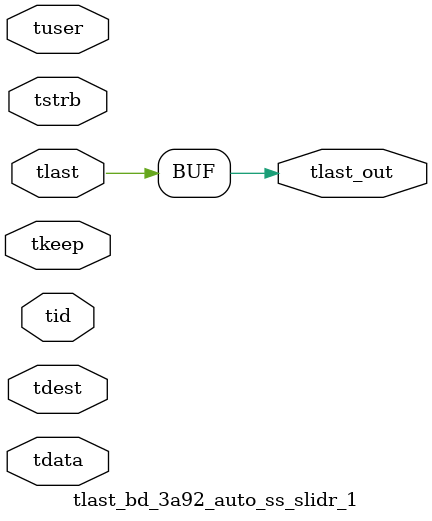
<source format=v>


`timescale 1ps/1ps

module tlast_bd_3a92_auto_ss_slidr_1 #
(
parameter C_S_AXIS_TID_WIDTH   = 1,
parameter C_S_AXIS_TUSER_WIDTH = 0,
parameter C_S_AXIS_TDATA_WIDTH = 0,
parameter C_S_AXIS_TDEST_WIDTH = 0
)
(
input  [(C_S_AXIS_TID_WIDTH   == 0 ? 1 : C_S_AXIS_TID_WIDTH)-1:0       ] tid,
input  [(C_S_AXIS_TDATA_WIDTH == 0 ? 1 : C_S_AXIS_TDATA_WIDTH)-1:0     ] tdata,
input  [(C_S_AXIS_TUSER_WIDTH == 0 ? 1 : C_S_AXIS_TUSER_WIDTH)-1:0     ] tuser,
input  [(C_S_AXIS_TDEST_WIDTH == 0 ? 1 : C_S_AXIS_TDEST_WIDTH)-1:0     ] tdest,
input  [(C_S_AXIS_TDATA_WIDTH/8)-1:0 ] tkeep,
input  [(C_S_AXIS_TDATA_WIDTH/8)-1:0 ] tstrb,
input  [0:0]                                                             tlast,
output                                                                   tlast_out
);

assign tlast_out = {tlast};

endmodule


</source>
